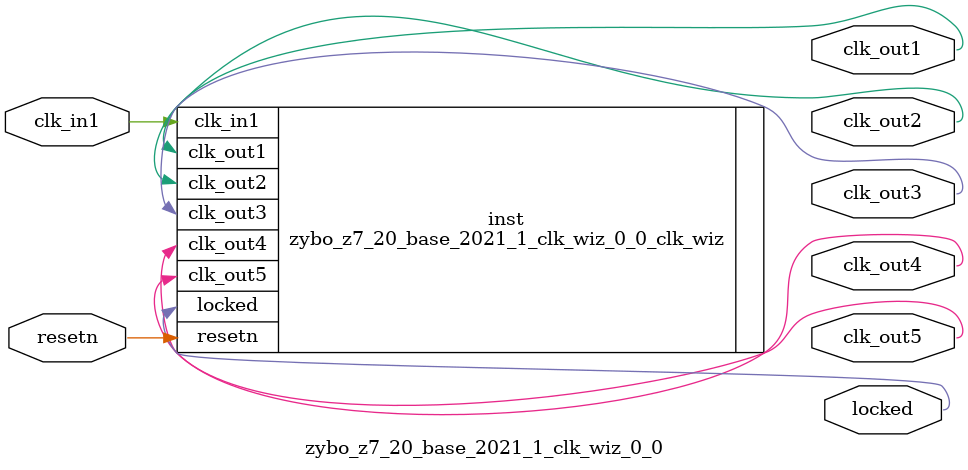
<source format=v>


`timescale 1ps/1ps

(* CORE_GENERATION_INFO = "zybo_z7_20_base_2021_1_clk_wiz_0_0,clk_wiz_v6_0_8_0_0,{component_name=zybo_z7_20_base_2021_1_clk_wiz_0_0,use_phase_alignment=true,use_min_o_jitter=false,use_max_i_jitter=false,use_dyn_phase_shift=false,use_inclk_switchover=false,use_dyn_reconfig=false,enable_axi=0,feedback_source=FDBK_AUTO,PRIMITIVE=MMCM,num_out_clk=5,clkin1_period=20.0,clkin2_period=10.0,use_power_down=false,use_reset=true,use_locked=true,use_inclk_stopped=false,feedback_type=SINGLE,CLOCK_MGR_TYPE=NA,manual_override=false}" *)

module zybo_z7_20_base_2021_1_clk_wiz_0_0 
 (
  // Clock out ports
  output        clk_out1,
  output        clk_out2,
  output        clk_out3,
  output        clk_out4,
  output        clk_out5,
  // Status and control signals
  input         resetn,
  output        locked,
 // Clock in ports
  input         clk_in1
 );

  zybo_z7_20_base_2021_1_clk_wiz_0_0_clk_wiz inst
  (
  // Clock out ports  
  .clk_out1(clk_out1),
  .clk_out2(clk_out2),
  .clk_out3(clk_out3),
  .clk_out4(clk_out4),
  .clk_out5(clk_out5),
  // Status and control signals               
  .resetn(resetn), 
  .locked(locked),
 // Clock in ports
  .clk_in1(clk_in1)
  );

endmodule

</source>
